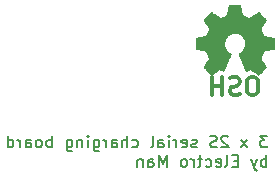
<source format=gbo>
G04 #@! TF.GenerationSoftware,KiCad,Pcbnew,(5.1.5)-3*
G04 #@! TF.CreationDate,2020-09-06T00:36:18+02:00*
G04 #@! TF.ProjectId,2S_serial_charging_board,32535f73-6572-4696-916c-5f6368617267,1*
G04 #@! TF.SameCoordinates,Original*
G04 #@! TF.FileFunction,Legend,Bot*
G04 #@! TF.FilePolarity,Positive*
%FSLAX46Y46*%
G04 Gerber Fmt 4.6, Leading zero omitted, Abs format (unit mm)*
G04 Created by KiCad (PCBNEW (5.1.5)-3) date 2020-09-06 00:36:18*
%MOMM*%
%LPD*%
G04 APERTURE LIST*
%ADD10C,0.375000*%
%ADD11C,0.150000*%
%ADD12C,0.010000*%
G04 APERTURE END LIST*
D10*
X120142857Y-107678571D02*
X119857142Y-107678571D01*
X119714285Y-107750000D01*
X119571428Y-107892857D01*
X119500000Y-108178571D01*
X119500000Y-108678571D01*
X119571428Y-108964285D01*
X119714285Y-109107142D01*
X119857142Y-109178571D01*
X120142857Y-109178571D01*
X120285714Y-109107142D01*
X120428571Y-108964285D01*
X120500000Y-108678571D01*
X120500000Y-108178571D01*
X120428571Y-107892857D01*
X120285714Y-107750000D01*
X120142857Y-107678571D01*
X118928571Y-109107142D02*
X118714285Y-109178571D01*
X118357142Y-109178571D01*
X118214285Y-109107142D01*
X118142857Y-109035714D01*
X118071428Y-108892857D01*
X118071428Y-108750000D01*
X118142857Y-108607142D01*
X118214285Y-108535714D01*
X118357142Y-108464285D01*
X118642857Y-108392857D01*
X118785714Y-108321428D01*
X118857142Y-108250000D01*
X118928571Y-108107142D01*
X118928571Y-107964285D01*
X118857142Y-107821428D01*
X118785714Y-107750000D01*
X118642857Y-107678571D01*
X118285714Y-107678571D01*
X118071428Y-107750000D01*
X117428571Y-109178571D02*
X117428571Y-107678571D01*
X117428571Y-108392857D02*
X116571428Y-108392857D01*
X116571428Y-109178571D02*
X116571428Y-107678571D01*
D11*
X121259642Y-112627380D02*
X120640595Y-112627380D01*
X120973928Y-113008333D01*
X120831071Y-113008333D01*
X120735833Y-113055952D01*
X120688214Y-113103571D01*
X120640595Y-113198809D01*
X120640595Y-113436904D01*
X120688214Y-113532142D01*
X120735833Y-113579761D01*
X120831071Y-113627380D01*
X121116785Y-113627380D01*
X121212023Y-113579761D01*
X121259642Y-113532142D01*
X119545357Y-113627380D02*
X119021547Y-112960714D01*
X119545357Y-112960714D02*
X119021547Y-113627380D01*
X117926309Y-112722619D02*
X117878690Y-112675000D01*
X117783452Y-112627380D01*
X117545357Y-112627380D01*
X117450119Y-112675000D01*
X117402500Y-112722619D01*
X117354880Y-112817857D01*
X117354880Y-112913095D01*
X117402500Y-113055952D01*
X117973928Y-113627380D01*
X117354880Y-113627380D01*
X116973928Y-113579761D02*
X116831071Y-113627380D01*
X116592976Y-113627380D01*
X116497738Y-113579761D01*
X116450119Y-113532142D01*
X116402500Y-113436904D01*
X116402500Y-113341666D01*
X116450119Y-113246428D01*
X116497738Y-113198809D01*
X116592976Y-113151190D01*
X116783452Y-113103571D01*
X116878690Y-113055952D01*
X116926309Y-113008333D01*
X116973928Y-112913095D01*
X116973928Y-112817857D01*
X116926309Y-112722619D01*
X116878690Y-112675000D01*
X116783452Y-112627380D01*
X116545357Y-112627380D01*
X116402500Y-112675000D01*
X115259642Y-113579761D02*
X115164404Y-113627380D01*
X114973928Y-113627380D01*
X114878690Y-113579761D01*
X114831071Y-113484523D01*
X114831071Y-113436904D01*
X114878690Y-113341666D01*
X114973928Y-113294047D01*
X115116785Y-113294047D01*
X115212023Y-113246428D01*
X115259642Y-113151190D01*
X115259642Y-113103571D01*
X115212023Y-113008333D01*
X115116785Y-112960714D01*
X114973928Y-112960714D01*
X114878690Y-113008333D01*
X114021547Y-113579761D02*
X114116785Y-113627380D01*
X114307261Y-113627380D01*
X114402500Y-113579761D01*
X114450119Y-113484523D01*
X114450119Y-113103571D01*
X114402500Y-113008333D01*
X114307261Y-112960714D01*
X114116785Y-112960714D01*
X114021547Y-113008333D01*
X113973928Y-113103571D01*
X113973928Y-113198809D01*
X114450119Y-113294047D01*
X113545357Y-113627380D02*
X113545357Y-112960714D01*
X113545357Y-113151190D02*
X113497738Y-113055952D01*
X113450119Y-113008333D01*
X113354880Y-112960714D01*
X113259642Y-112960714D01*
X112926309Y-113627380D02*
X112926309Y-112960714D01*
X112926309Y-112627380D02*
X112973928Y-112675000D01*
X112926309Y-112722619D01*
X112878690Y-112675000D01*
X112926309Y-112627380D01*
X112926309Y-112722619D01*
X112021547Y-113627380D02*
X112021547Y-113103571D01*
X112069166Y-113008333D01*
X112164404Y-112960714D01*
X112354880Y-112960714D01*
X112450119Y-113008333D01*
X112021547Y-113579761D02*
X112116785Y-113627380D01*
X112354880Y-113627380D01*
X112450119Y-113579761D01*
X112497738Y-113484523D01*
X112497738Y-113389285D01*
X112450119Y-113294047D01*
X112354880Y-113246428D01*
X112116785Y-113246428D01*
X112021547Y-113198809D01*
X111402500Y-113627380D02*
X111497738Y-113579761D01*
X111545357Y-113484523D01*
X111545357Y-112627380D01*
X109831071Y-113579761D02*
X109926309Y-113627380D01*
X110116785Y-113627380D01*
X110212023Y-113579761D01*
X110259642Y-113532142D01*
X110307261Y-113436904D01*
X110307261Y-113151190D01*
X110259642Y-113055952D01*
X110212023Y-113008333D01*
X110116785Y-112960714D01*
X109926309Y-112960714D01*
X109831071Y-113008333D01*
X109402500Y-113627380D02*
X109402500Y-112627380D01*
X108973928Y-113627380D02*
X108973928Y-113103571D01*
X109021547Y-113008333D01*
X109116785Y-112960714D01*
X109259642Y-112960714D01*
X109354880Y-113008333D01*
X109402500Y-113055952D01*
X108069166Y-113627380D02*
X108069166Y-113103571D01*
X108116785Y-113008333D01*
X108212023Y-112960714D01*
X108402500Y-112960714D01*
X108497738Y-113008333D01*
X108069166Y-113579761D02*
X108164404Y-113627380D01*
X108402500Y-113627380D01*
X108497738Y-113579761D01*
X108545357Y-113484523D01*
X108545357Y-113389285D01*
X108497738Y-113294047D01*
X108402500Y-113246428D01*
X108164404Y-113246428D01*
X108069166Y-113198809D01*
X107592976Y-113627380D02*
X107592976Y-112960714D01*
X107592976Y-113151190D02*
X107545357Y-113055952D01*
X107497738Y-113008333D01*
X107402500Y-112960714D01*
X107307261Y-112960714D01*
X106545357Y-112960714D02*
X106545357Y-113770238D01*
X106592976Y-113865476D01*
X106640595Y-113913095D01*
X106735833Y-113960714D01*
X106878690Y-113960714D01*
X106973928Y-113913095D01*
X106545357Y-113579761D02*
X106640595Y-113627380D01*
X106831071Y-113627380D01*
X106926309Y-113579761D01*
X106973928Y-113532142D01*
X107021547Y-113436904D01*
X107021547Y-113151190D01*
X106973928Y-113055952D01*
X106926309Y-113008333D01*
X106831071Y-112960714D01*
X106640595Y-112960714D01*
X106545357Y-113008333D01*
X106069166Y-113627380D02*
X106069166Y-112960714D01*
X106069166Y-112627380D02*
X106116785Y-112675000D01*
X106069166Y-112722619D01*
X106021547Y-112675000D01*
X106069166Y-112627380D01*
X106069166Y-112722619D01*
X105592976Y-112960714D02*
X105592976Y-113627380D01*
X105592976Y-113055952D02*
X105545357Y-113008333D01*
X105450119Y-112960714D01*
X105307261Y-112960714D01*
X105212023Y-113008333D01*
X105164404Y-113103571D01*
X105164404Y-113627380D01*
X104259642Y-112960714D02*
X104259642Y-113770238D01*
X104307261Y-113865476D01*
X104354880Y-113913095D01*
X104450119Y-113960714D01*
X104592976Y-113960714D01*
X104688214Y-113913095D01*
X104259642Y-113579761D02*
X104354880Y-113627380D01*
X104545357Y-113627380D01*
X104640595Y-113579761D01*
X104688214Y-113532142D01*
X104735833Y-113436904D01*
X104735833Y-113151190D01*
X104688214Y-113055952D01*
X104640595Y-113008333D01*
X104545357Y-112960714D01*
X104354880Y-112960714D01*
X104259642Y-113008333D01*
X103021547Y-113627380D02*
X103021547Y-112627380D01*
X103021547Y-113008333D02*
X102926309Y-112960714D01*
X102735833Y-112960714D01*
X102640595Y-113008333D01*
X102592976Y-113055952D01*
X102545357Y-113151190D01*
X102545357Y-113436904D01*
X102592976Y-113532142D01*
X102640595Y-113579761D01*
X102735833Y-113627380D01*
X102926309Y-113627380D01*
X103021547Y-113579761D01*
X101973928Y-113627380D02*
X102069166Y-113579761D01*
X102116785Y-113532142D01*
X102164404Y-113436904D01*
X102164404Y-113151190D01*
X102116785Y-113055952D01*
X102069166Y-113008333D01*
X101973928Y-112960714D01*
X101831071Y-112960714D01*
X101735833Y-113008333D01*
X101688214Y-113055952D01*
X101640595Y-113151190D01*
X101640595Y-113436904D01*
X101688214Y-113532142D01*
X101735833Y-113579761D01*
X101831071Y-113627380D01*
X101973928Y-113627380D01*
X100783452Y-113627380D02*
X100783452Y-113103571D01*
X100831071Y-113008333D01*
X100926309Y-112960714D01*
X101116785Y-112960714D01*
X101212023Y-113008333D01*
X100783452Y-113579761D02*
X100878690Y-113627380D01*
X101116785Y-113627380D01*
X101212023Y-113579761D01*
X101259642Y-113484523D01*
X101259642Y-113389285D01*
X101212023Y-113294047D01*
X101116785Y-113246428D01*
X100878690Y-113246428D01*
X100783452Y-113198809D01*
X100307261Y-113627380D02*
X100307261Y-112960714D01*
X100307261Y-113151190D02*
X100259642Y-113055952D01*
X100212023Y-113008333D01*
X100116785Y-112960714D01*
X100021547Y-112960714D01*
X99259642Y-113627380D02*
X99259642Y-112627380D01*
X99259642Y-113579761D02*
X99354880Y-113627380D01*
X99545357Y-113627380D01*
X99640595Y-113579761D01*
X99688214Y-113532142D01*
X99735833Y-113436904D01*
X99735833Y-113151190D01*
X99688214Y-113055952D01*
X99640595Y-113008333D01*
X99545357Y-112960714D01*
X99354880Y-112960714D01*
X99259642Y-113008333D01*
X121164404Y-115277380D02*
X121164404Y-114277380D01*
X121164404Y-114658333D02*
X121069166Y-114610714D01*
X120878690Y-114610714D01*
X120783452Y-114658333D01*
X120735833Y-114705952D01*
X120688214Y-114801190D01*
X120688214Y-115086904D01*
X120735833Y-115182142D01*
X120783452Y-115229761D01*
X120878690Y-115277380D01*
X121069166Y-115277380D01*
X121164404Y-115229761D01*
X120354880Y-114610714D02*
X120116785Y-115277380D01*
X119878690Y-114610714D02*
X120116785Y-115277380D01*
X120212023Y-115515476D01*
X120259642Y-115563095D01*
X120354880Y-115610714D01*
X118735833Y-114753571D02*
X118402500Y-114753571D01*
X118259642Y-115277380D02*
X118735833Y-115277380D01*
X118735833Y-114277380D01*
X118259642Y-114277380D01*
X117688214Y-115277380D02*
X117783452Y-115229761D01*
X117831071Y-115134523D01*
X117831071Y-114277380D01*
X116926309Y-115229761D02*
X117021547Y-115277380D01*
X117212023Y-115277380D01*
X117307261Y-115229761D01*
X117354880Y-115134523D01*
X117354880Y-114753571D01*
X117307261Y-114658333D01*
X117212023Y-114610714D01*
X117021547Y-114610714D01*
X116926309Y-114658333D01*
X116878690Y-114753571D01*
X116878690Y-114848809D01*
X117354880Y-114944047D01*
X116021547Y-115229761D02*
X116116785Y-115277380D01*
X116307261Y-115277380D01*
X116402500Y-115229761D01*
X116450119Y-115182142D01*
X116497738Y-115086904D01*
X116497738Y-114801190D01*
X116450119Y-114705952D01*
X116402500Y-114658333D01*
X116307261Y-114610714D01*
X116116785Y-114610714D01*
X116021547Y-114658333D01*
X115735833Y-114610714D02*
X115354880Y-114610714D01*
X115592976Y-114277380D02*
X115592976Y-115134523D01*
X115545357Y-115229761D01*
X115450119Y-115277380D01*
X115354880Y-115277380D01*
X115021547Y-115277380D02*
X115021547Y-114610714D01*
X115021547Y-114801190D02*
X114973928Y-114705952D01*
X114926309Y-114658333D01*
X114831071Y-114610714D01*
X114735833Y-114610714D01*
X114259642Y-115277380D02*
X114354880Y-115229761D01*
X114402500Y-115182142D01*
X114450119Y-115086904D01*
X114450119Y-114801190D01*
X114402500Y-114705952D01*
X114354880Y-114658333D01*
X114259642Y-114610714D01*
X114116785Y-114610714D01*
X114021547Y-114658333D01*
X113973928Y-114705952D01*
X113926309Y-114801190D01*
X113926309Y-115086904D01*
X113973928Y-115182142D01*
X114021547Y-115229761D01*
X114116785Y-115277380D01*
X114259642Y-115277380D01*
X112735833Y-115277380D02*
X112735833Y-114277380D01*
X112402500Y-114991666D01*
X112069166Y-114277380D01*
X112069166Y-115277380D01*
X111164404Y-115277380D02*
X111164404Y-114753571D01*
X111212023Y-114658333D01*
X111307261Y-114610714D01*
X111497738Y-114610714D01*
X111592976Y-114658333D01*
X111164404Y-115229761D02*
X111259642Y-115277380D01*
X111497738Y-115277380D01*
X111592976Y-115229761D01*
X111640595Y-115134523D01*
X111640595Y-115039285D01*
X111592976Y-114944047D01*
X111497738Y-114896428D01*
X111259642Y-114896428D01*
X111164404Y-114848809D01*
X110688214Y-114610714D02*
X110688214Y-115277380D01*
X110688214Y-114705952D02*
X110640595Y-114658333D01*
X110545357Y-114610714D01*
X110402500Y-114610714D01*
X110307261Y-114658333D01*
X110259642Y-114753571D01*
X110259642Y-115277380D01*
D12*
G36*
X117944186Y-101968931D02*
G01*
X117860365Y-102413555D01*
X117551080Y-102541053D01*
X117241794Y-102668551D01*
X116870754Y-102416246D01*
X116766843Y-102345996D01*
X116672913Y-102283272D01*
X116593348Y-102230938D01*
X116532530Y-102191857D01*
X116494843Y-102168893D01*
X116484579Y-102163942D01*
X116466090Y-102176676D01*
X116426580Y-102211882D01*
X116370478Y-102265062D01*
X116302213Y-102331718D01*
X116226214Y-102407354D01*
X116146908Y-102487472D01*
X116068725Y-102567574D01*
X115996093Y-102643164D01*
X115933441Y-102709745D01*
X115885197Y-102762818D01*
X115855790Y-102797887D01*
X115848759Y-102809623D01*
X115858877Y-102831260D01*
X115887241Y-102878662D01*
X115930871Y-102947193D01*
X115986782Y-103032215D01*
X116051994Y-103129093D01*
X116089781Y-103184350D01*
X116158657Y-103285248D01*
X116219860Y-103376299D01*
X116270422Y-103452970D01*
X116307372Y-103510728D01*
X116327742Y-103545043D01*
X116330803Y-103552254D01*
X116323864Y-103572748D01*
X116304949Y-103620513D01*
X116276913Y-103688832D01*
X116242609Y-103770989D01*
X116204891Y-103860270D01*
X116166613Y-103949958D01*
X116130630Y-104033338D01*
X116099794Y-104103694D01*
X116076961Y-104154310D01*
X116064983Y-104178471D01*
X116064276Y-104179422D01*
X116045469Y-104184036D01*
X115995382Y-104194328D01*
X115919207Y-104209287D01*
X115822135Y-104227901D01*
X115709357Y-104249159D01*
X115643558Y-104261418D01*
X115523050Y-104284362D01*
X115414203Y-104306195D01*
X115322524Y-104325722D01*
X115253519Y-104341748D01*
X115212696Y-104353079D01*
X115204489Y-104356674D01*
X115196452Y-104381006D01*
X115189967Y-104435959D01*
X115185030Y-104515108D01*
X115181636Y-104612026D01*
X115179782Y-104720287D01*
X115179462Y-104833465D01*
X115180673Y-104945135D01*
X115183410Y-105048868D01*
X115187669Y-105138241D01*
X115193445Y-105206826D01*
X115200733Y-105248197D01*
X115205105Y-105256810D01*
X115231236Y-105267133D01*
X115286607Y-105281892D01*
X115363893Y-105299352D01*
X115455770Y-105317780D01*
X115487842Y-105323741D01*
X115642476Y-105352066D01*
X115764625Y-105374876D01*
X115858327Y-105393080D01*
X115927616Y-105407583D01*
X115976529Y-105419292D01*
X116009103Y-105429115D01*
X116029372Y-105437956D01*
X116041374Y-105446724D01*
X116043053Y-105448457D01*
X116059816Y-105476371D01*
X116085386Y-105530695D01*
X116117212Y-105604777D01*
X116152740Y-105691965D01*
X116189417Y-105785608D01*
X116224689Y-105879052D01*
X116256004Y-105965647D01*
X116280807Y-106038740D01*
X116296546Y-106091678D01*
X116300668Y-106117811D01*
X116300324Y-106118726D01*
X116286359Y-106140086D01*
X116254678Y-106187084D01*
X116208609Y-106254827D01*
X116151482Y-106338423D01*
X116086627Y-106432982D01*
X116068157Y-106459854D01*
X116002301Y-106557275D01*
X115944350Y-106646163D01*
X115897462Y-106721412D01*
X115864793Y-106777920D01*
X115849500Y-106810581D01*
X115848759Y-106814593D01*
X115861608Y-106835684D01*
X115897112Y-106877464D01*
X115950707Y-106935445D01*
X116017829Y-107005135D01*
X116093913Y-107082045D01*
X116174396Y-107161683D01*
X116254713Y-107239561D01*
X116330301Y-107311186D01*
X116396595Y-107372070D01*
X116449031Y-107417721D01*
X116483045Y-107443650D01*
X116492455Y-107447883D01*
X116514357Y-107437912D01*
X116559200Y-107411020D01*
X116619679Y-107371736D01*
X116666211Y-107340117D01*
X116750525Y-107282098D01*
X116850374Y-107213784D01*
X116950527Y-107145579D01*
X117004373Y-107109075D01*
X117186629Y-106985800D01*
X117339619Y-107068520D01*
X117409318Y-107104759D01*
X117468586Y-107132926D01*
X117508689Y-107148991D01*
X117518897Y-107151226D01*
X117531171Y-107134722D01*
X117555387Y-107088082D01*
X117589737Y-107015609D01*
X117632412Y-106921606D01*
X117681606Y-106810374D01*
X117735510Y-106686215D01*
X117792316Y-106553432D01*
X117850218Y-106416327D01*
X117907407Y-106279202D01*
X117962076Y-106146358D01*
X118012416Y-106022098D01*
X118056620Y-105910725D01*
X118092881Y-105816539D01*
X118119391Y-105743844D01*
X118134342Y-105696941D01*
X118136746Y-105680833D01*
X118117689Y-105660286D01*
X118075964Y-105626933D01*
X118020294Y-105587702D01*
X118015622Y-105584599D01*
X117871736Y-105469423D01*
X117755717Y-105335053D01*
X117668570Y-105185784D01*
X117611301Y-105025913D01*
X117584914Y-104859737D01*
X117590415Y-104691552D01*
X117628810Y-104525655D01*
X117701105Y-104366342D01*
X117722374Y-104331487D01*
X117833004Y-104190737D01*
X117963698Y-104077714D01*
X118109936Y-103993003D01*
X118267192Y-103937194D01*
X118430943Y-103910874D01*
X118596667Y-103914630D01*
X118759838Y-103949050D01*
X118915935Y-104014723D01*
X119060433Y-104112235D01*
X119105131Y-104151813D01*
X119218888Y-104275703D01*
X119301782Y-104406124D01*
X119358644Y-104552315D01*
X119390313Y-104697088D01*
X119398131Y-104859860D01*
X119372062Y-105023440D01*
X119314755Y-105182298D01*
X119228856Y-105330906D01*
X119117014Y-105463735D01*
X118981877Y-105575256D01*
X118964117Y-105587011D01*
X118907850Y-105625508D01*
X118865077Y-105658863D01*
X118844628Y-105680160D01*
X118844331Y-105680833D01*
X118848721Y-105703871D01*
X118866124Y-105756157D01*
X118894732Y-105833390D01*
X118932735Y-105931268D01*
X118978326Y-106045491D01*
X119029697Y-106171758D01*
X119085038Y-106305767D01*
X119142542Y-106443218D01*
X119200399Y-106579808D01*
X119256802Y-106711237D01*
X119309942Y-106833205D01*
X119358010Y-106941409D01*
X119399199Y-107031549D01*
X119431699Y-107099323D01*
X119453703Y-107140430D01*
X119462564Y-107151226D01*
X119489640Y-107142819D01*
X119540303Y-107120272D01*
X119605817Y-107087613D01*
X119641841Y-107068520D01*
X119794832Y-106985800D01*
X119977088Y-107109075D01*
X120070125Y-107172228D01*
X120171985Y-107241727D01*
X120267438Y-107307165D01*
X120315250Y-107340117D01*
X120382495Y-107385273D01*
X120439436Y-107421057D01*
X120478646Y-107442938D01*
X120491381Y-107447563D01*
X120509917Y-107435085D01*
X120550941Y-107400252D01*
X120610475Y-107346678D01*
X120684542Y-107277983D01*
X120769165Y-107197781D01*
X120822685Y-107146286D01*
X120916319Y-107054286D01*
X120997241Y-106971999D01*
X121062177Y-106902945D01*
X121107858Y-106850644D01*
X121131011Y-106818616D01*
X121133232Y-106812116D01*
X121122924Y-106787394D01*
X121094439Y-106737405D01*
X121050937Y-106667212D01*
X120995577Y-106581875D01*
X120931520Y-106486456D01*
X120913303Y-106459854D01*
X120846927Y-106363167D01*
X120787378Y-106276117D01*
X120737984Y-106203595D01*
X120702075Y-106150493D01*
X120682981Y-106121703D01*
X120681136Y-106118726D01*
X120683895Y-106095782D01*
X120698538Y-106045336D01*
X120722513Y-105974041D01*
X120753266Y-105888547D01*
X120788244Y-105795507D01*
X120824893Y-105701574D01*
X120860661Y-105613399D01*
X120892994Y-105537634D01*
X120919338Y-105480931D01*
X120937142Y-105449943D01*
X120938407Y-105448457D01*
X120949294Y-105439601D01*
X120967682Y-105430843D01*
X120997606Y-105421277D01*
X121043103Y-105409996D01*
X121108209Y-105396093D01*
X121196961Y-105378663D01*
X121313393Y-105356798D01*
X121461542Y-105329591D01*
X121493618Y-105323741D01*
X121588686Y-105305374D01*
X121671565Y-105287405D01*
X121734930Y-105271569D01*
X121771458Y-105259600D01*
X121776356Y-105256810D01*
X121784427Y-105232072D01*
X121790987Y-105176790D01*
X121796033Y-105097389D01*
X121799559Y-105000296D01*
X121801561Y-104891938D01*
X121802036Y-104778740D01*
X121800977Y-104667128D01*
X121798382Y-104563529D01*
X121794246Y-104474368D01*
X121788563Y-104406072D01*
X121781331Y-104365066D01*
X121776971Y-104356674D01*
X121752698Y-104348208D01*
X121697426Y-104334435D01*
X121616662Y-104316550D01*
X121515912Y-104295748D01*
X121400683Y-104273223D01*
X121337902Y-104261418D01*
X121218787Y-104239151D01*
X121112565Y-104218979D01*
X121024427Y-104201915D01*
X120959566Y-104188969D01*
X120923174Y-104181155D01*
X120917184Y-104179422D01*
X120907061Y-104159890D01*
X120885662Y-104112843D01*
X120855839Y-104045003D01*
X120820445Y-103963091D01*
X120782332Y-103873828D01*
X120744353Y-103783935D01*
X120709360Y-103700135D01*
X120680206Y-103629147D01*
X120659743Y-103577694D01*
X120650823Y-103552497D01*
X120650657Y-103551396D01*
X120660769Y-103531519D01*
X120689117Y-103485777D01*
X120732723Y-103418717D01*
X120788606Y-103334884D01*
X120853787Y-103238826D01*
X120891679Y-103183650D01*
X120960725Y-103082481D01*
X121022050Y-102990630D01*
X121072663Y-102912744D01*
X121109571Y-102853469D01*
X121129782Y-102817451D01*
X121132701Y-102809377D01*
X121120153Y-102790584D01*
X121085463Y-102750457D01*
X121033063Y-102693493D01*
X120967384Y-102624185D01*
X120892856Y-102547031D01*
X120813913Y-102466525D01*
X120734983Y-102387163D01*
X120660500Y-102313440D01*
X120594894Y-102249852D01*
X120542596Y-102200894D01*
X120508039Y-102171061D01*
X120496478Y-102163942D01*
X120477654Y-102173953D01*
X120432631Y-102202078D01*
X120365787Y-102245454D01*
X120281499Y-102301218D01*
X120184144Y-102366506D01*
X120110707Y-102416246D01*
X119739667Y-102668551D01*
X119121095Y-102413555D01*
X119037275Y-101968931D01*
X118953454Y-101524307D01*
X118028006Y-101524307D01*
X117944186Y-101968931D01*
G37*
X117944186Y-101968931D02*
X117860365Y-102413555D01*
X117551080Y-102541053D01*
X117241794Y-102668551D01*
X116870754Y-102416246D01*
X116766843Y-102345996D01*
X116672913Y-102283272D01*
X116593348Y-102230938D01*
X116532530Y-102191857D01*
X116494843Y-102168893D01*
X116484579Y-102163942D01*
X116466090Y-102176676D01*
X116426580Y-102211882D01*
X116370478Y-102265062D01*
X116302213Y-102331718D01*
X116226214Y-102407354D01*
X116146908Y-102487472D01*
X116068725Y-102567574D01*
X115996093Y-102643164D01*
X115933441Y-102709745D01*
X115885197Y-102762818D01*
X115855790Y-102797887D01*
X115848759Y-102809623D01*
X115858877Y-102831260D01*
X115887241Y-102878662D01*
X115930871Y-102947193D01*
X115986782Y-103032215D01*
X116051994Y-103129093D01*
X116089781Y-103184350D01*
X116158657Y-103285248D01*
X116219860Y-103376299D01*
X116270422Y-103452970D01*
X116307372Y-103510728D01*
X116327742Y-103545043D01*
X116330803Y-103552254D01*
X116323864Y-103572748D01*
X116304949Y-103620513D01*
X116276913Y-103688832D01*
X116242609Y-103770989D01*
X116204891Y-103860270D01*
X116166613Y-103949958D01*
X116130630Y-104033338D01*
X116099794Y-104103694D01*
X116076961Y-104154310D01*
X116064983Y-104178471D01*
X116064276Y-104179422D01*
X116045469Y-104184036D01*
X115995382Y-104194328D01*
X115919207Y-104209287D01*
X115822135Y-104227901D01*
X115709357Y-104249159D01*
X115643558Y-104261418D01*
X115523050Y-104284362D01*
X115414203Y-104306195D01*
X115322524Y-104325722D01*
X115253519Y-104341748D01*
X115212696Y-104353079D01*
X115204489Y-104356674D01*
X115196452Y-104381006D01*
X115189967Y-104435959D01*
X115185030Y-104515108D01*
X115181636Y-104612026D01*
X115179782Y-104720287D01*
X115179462Y-104833465D01*
X115180673Y-104945135D01*
X115183410Y-105048868D01*
X115187669Y-105138241D01*
X115193445Y-105206826D01*
X115200733Y-105248197D01*
X115205105Y-105256810D01*
X115231236Y-105267133D01*
X115286607Y-105281892D01*
X115363893Y-105299352D01*
X115455770Y-105317780D01*
X115487842Y-105323741D01*
X115642476Y-105352066D01*
X115764625Y-105374876D01*
X115858327Y-105393080D01*
X115927616Y-105407583D01*
X115976529Y-105419292D01*
X116009103Y-105429115D01*
X116029372Y-105437956D01*
X116041374Y-105446724D01*
X116043053Y-105448457D01*
X116059816Y-105476371D01*
X116085386Y-105530695D01*
X116117212Y-105604777D01*
X116152740Y-105691965D01*
X116189417Y-105785608D01*
X116224689Y-105879052D01*
X116256004Y-105965647D01*
X116280807Y-106038740D01*
X116296546Y-106091678D01*
X116300668Y-106117811D01*
X116300324Y-106118726D01*
X116286359Y-106140086D01*
X116254678Y-106187084D01*
X116208609Y-106254827D01*
X116151482Y-106338423D01*
X116086627Y-106432982D01*
X116068157Y-106459854D01*
X116002301Y-106557275D01*
X115944350Y-106646163D01*
X115897462Y-106721412D01*
X115864793Y-106777920D01*
X115849500Y-106810581D01*
X115848759Y-106814593D01*
X115861608Y-106835684D01*
X115897112Y-106877464D01*
X115950707Y-106935445D01*
X116017829Y-107005135D01*
X116093913Y-107082045D01*
X116174396Y-107161683D01*
X116254713Y-107239561D01*
X116330301Y-107311186D01*
X116396595Y-107372070D01*
X116449031Y-107417721D01*
X116483045Y-107443650D01*
X116492455Y-107447883D01*
X116514357Y-107437912D01*
X116559200Y-107411020D01*
X116619679Y-107371736D01*
X116666211Y-107340117D01*
X116750525Y-107282098D01*
X116850374Y-107213784D01*
X116950527Y-107145579D01*
X117004373Y-107109075D01*
X117186629Y-106985800D01*
X117339619Y-107068520D01*
X117409318Y-107104759D01*
X117468586Y-107132926D01*
X117508689Y-107148991D01*
X117518897Y-107151226D01*
X117531171Y-107134722D01*
X117555387Y-107088082D01*
X117589737Y-107015609D01*
X117632412Y-106921606D01*
X117681606Y-106810374D01*
X117735510Y-106686215D01*
X117792316Y-106553432D01*
X117850218Y-106416327D01*
X117907407Y-106279202D01*
X117962076Y-106146358D01*
X118012416Y-106022098D01*
X118056620Y-105910725D01*
X118092881Y-105816539D01*
X118119391Y-105743844D01*
X118134342Y-105696941D01*
X118136746Y-105680833D01*
X118117689Y-105660286D01*
X118075964Y-105626933D01*
X118020294Y-105587702D01*
X118015622Y-105584599D01*
X117871736Y-105469423D01*
X117755717Y-105335053D01*
X117668570Y-105185784D01*
X117611301Y-105025913D01*
X117584914Y-104859737D01*
X117590415Y-104691552D01*
X117628810Y-104525655D01*
X117701105Y-104366342D01*
X117722374Y-104331487D01*
X117833004Y-104190737D01*
X117963698Y-104077714D01*
X118109936Y-103993003D01*
X118267192Y-103937194D01*
X118430943Y-103910874D01*
X118596667Y-103914630D01*
X118759838Y-103949050D01*
X118915935Y-104014723D01*
X119060433Y-104112235D01*
X119105131Y-104151813D01*
X119218888Y-104275703D01*
X119301782Y-104406124D01*
X119358644Y-104552315D01*
X119390313Y-104697088D01*
X119398131Y-104859860D01*
X119372062Y-105023440D01*
X119314755Y-105182298D01*
X119228856Y-105330906D01*
X119117014Y-105463735D01*
X118981877Y-105575256D01*
X118964117Y-105587011D01*
X118907850Y-105625508D01*
X118865077Y-105658863D01*
X118844628Y-105680160D01*
X118844331Y-105680833D01*
X118848721Y-105703871D01*
X118866124Y-105756157D01*
X118894732Y-105833390D01*
X118932735Y-105931268D01*
X118978326Y-106045491D01*
X119029697Y-106171758D01*
X119085038Y-106305767D01*
X119142542Y-106443218D01*
X119200399Y-106579808D01*
X119256802Y-106711237D01*
X119309942Y-106833205D01*
X119358010Y-106941409D01*
X119399199Y-107031549D01*
X119431699Y-107099323D01*
X119453703Y-107140430D01*
X119462564Y-107151226D01*
X119489640Y-107142819D01*
X119540303Y-107120272D01*
X119605817Y-107087613D01*
X119641841Y-107068520D01*
X119794832Y-106985800D01*
X119977088Y-107109075D01*
X120070125Y-107172228D01*
X120171985Y-107241727D01*
X120267438Y-107307165D01*
X120315250Y-107340117D01*
X120382495Y-107385273D01*
X120439436Y-107421057D01*
X120478646Y-107442938D01*
X120491381Y-107447563D01*
X120509917Y-107435085D01*
X120550941Y-107400252D01*
X120610475Y-107346678D01*
X120684542Y-107277983D01*
X120769165Y-107197781D01*
X120822685Y-107146286D01*
X120916319Y-107054286D01*
X120997241Y-106971999D01*
X121062177Y-106902945D01*
X121107858Y-106850644D01*
X121131011Y-106818616D01*
X121133232Y-106812116D01*
X121122924Y-106787394D01*
X121094439Y-106737405D01*
X121050937Y-106667212D01*
X120995577Y-106581875D01*
X120931520Y-106486456D01*
X120913303Y-106459854D01*
X120846927Y-106363167D01*
X120787378Y-106276117D01*
X120737984Y-106203595D01*
X120702075Y-106150493D01*
X120682981Y-106121703D01*
X120681136Y-106118726D01*
X120683895Y-106095782D01*
X120698538Y-106045336D01*
X120722513Y-105974041D01*
X120753266Y-105888547D01*
X120788244Y-105795507D01*
X120824893Y-105701574D01*
X120860661Y-105613399D01*
X120892994Y-105537634D01*
X120919338Y-105480931D01*
X120937142Y-105449943D01*
X120938407Y-105448457D01*
X120949294Y-105439601D01*
X120967682Y-105430843D01*
X120997606Y-105421277D01*
X121043103Y-105409996D01*
X121108209Y-105396093D01*
X121196961Y-105378663D01*
X121313393Y-105356798D01*
X121461542Y-105329591D01*
X121493618Y-105323741D01*
X121588686Y-105305374D01*
X121671565Y-105287405D01*
X121734930Y-105271569D01*
X121771458Y-105259600D01*
X121776356Y-105256810D01*
X121784427Y-105232072D01*
X121790987Y-105176790D01*
X121796033Y-105097389D01*
X121799559Y-105000296D01*
X121801561Y-104891938D01*
X121802036Y-104778740D01*
X121800977Y-104667128D01*
X121798382Y-104563529D01*
X121794246Y-104474368D01*
X121788563Y-104406072D01*
X121781331Y-104365066D01*
X121776971Y-104356674D01*
X121752698Y-104348208D01*
X121697426Y-104334435D01*
X121616662Y-104316550D01*
X121515912Y-104295748D01*
X121400683Y-104273223D01*
X121337902Y-104261418D01*
X121218787Y-104239151D01*
X121112565Y-104218979D01*
X121024427Y-104201915D01*
X120959566Y-104188969D01*
X120923174Y-104181155D01*
X120917184Y-104179422D01*
X120907061Y-104159890D01*
X120885662Y-104112843D01*
X120855839Y-104045003D01*
X120820445Y-103963091D01*
X120782332Y-103873828D01*
X120744353Y-103783935D01*
X120709360Y-103700135D01*
X120680206Y-103629147D01*
X120659743Y-103577694D01*
X120650823Y-103552497D01*
X120650657Y-103551396D01*
X120660769Y-103531519D01*
X120689117Y-103485777D01*
X120732723Y-103418717D01*
X120788606Y-103334884D01*
X120853787Y-103238826D01*
X120891679Y-103183650D01*
X120960725Y-103082481D01*
X121022050Y-102990630D01*
X121072663Y-102912744D01*
X121109571Y-102853469D01*
X121129782Y-102817451D01*
X121132701Y-102809377D01*
X121120153Y-102790584D01*
X121085463Y-102750457D01*
X121033063Y-102693493D01*
X120967384Y-102624185D01*
X120892856Y-102547031D01*
X120813913Y-102466525D01*
X120734983Y-102387163D01*
X120660500Y-102313440D01*
X120594894Y-102249852D01*
X120542596Y-102200894D01*
X120508039Y-102171061D01*
X120496478Y-102163942D01*
X120477654Y-102173953D01*
X120432631Y-102202078D01*
X120365787Y-102245454D01*
X120281499Y-102301218D01*
X120184144Y-102366506D01*
X120110707Y-102416246D01*
X119739667Y-102668551D01*
X119121095Y-102413555D01*
X119037275Y-101968931D01*
X118953454Y-101524307D01*
X118028006Y-101524307D01*
X117944186Y-101968931D01*
M02*

</source>
